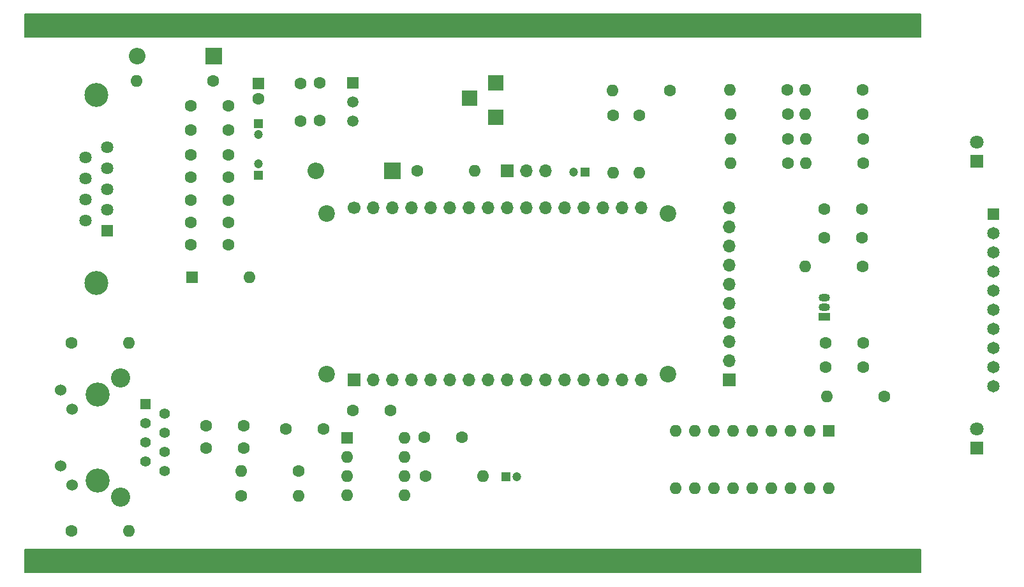
<source format=gbr>
G04 #@! TF.GenerationSoftware,KiCad,Pcbnew,(6.0.0)*
G04 #@! TF.CreationDate,2022-02-05T21:05:29-08:00*
G04 #@! TF.ProjectId,Duo2_Direwolf,44756f32-5f44-4697-9265-776f6c662e6b,rev?*
G04 #@! TF.SameCoordinates,Original*
G04 #@! TF.FileFunction,Soldermask,Bot*
G04 #@! TF.FilePolarity,Negative*
%FSLAX46Y46*%
G04 Gerber Fmt 4.6, Leading zero omitted, Abs format (unit mm)*
G04 Created by KiCad (PCBNEW (6.0.0)) date 2022-02-05 21:05:29*
%MOMM*%
%LPD*%
G01*
G04 APERTURE LIST*
%ADD10C,0.150000*%
%ADD11R,1.600000X1.600000*%
%ADD12O,1.600000X1.600000*%
%ADD13C,1.600000*%
%ADD14R,1.700000X1.700000*%
%ADD15O,1.700000X1.700000*%
%ADD16R,2.000000X2.000000*%
%ADD17R,1.508000X1.508000*%
%ADD18C,1.508000*%
%ADD19R,1.650000X1.650000*%
%ADD20C,1.650000*%
%ADD21R,1.800000X1.800000*%
%ADD22C,1.800000*%
%ADD23C,2.200000*%
%ADD24C,1.700000*%
%ADD25R,2.200000X2.200000*%
%ADD26O,2.200000X2.200000*%
%ADD27C,3.200000*%
%ADD28R,1.400000X1.400000*%
%ADD29C,1.400000*%
%ADD30C,1.530000*%
%ADD31C,2.550000*%
%ADD32R,1.200000X1.200000*%
%ADD33C,1.200000*%
%ADD34R,1.500000X1.050000*%
%ADD35O,1.500000X1.050000*%
%ADD36C,3.180000*%
%ADD37R,1.635000X1.635000*%
%ADD38C,1.635000*%
G04 APERTURE END LIST*
D10*
X50000000Y-150000000D02*
X168872000Y-150000000D01*
X168872000Y-150000000D02*
X168872000Y-146952000D01*
X168872000Y-146952000D02*
X50000000Y-146952000D01*
X50000000Y-146952000D02*
X50000000Y-150000000D01*
G36*
X50000000Y-150000000D02*
G01*
X168872000Y-150000000D01*
X168872000Y-146952000D01*
X50000000Y-146952000D01*
X50000000Y-150000000D01*
G37*
X50000000Y-75832000D02*
X168872000Y-75832000D01*
X168872000Y-75832000D02*
X168872000Y-78880000D01*
X168872000Y-78880000D02*
X50000000Y-78880000D01*
X50000000Y-78880000D02*
X50000000Y-75832000D01*
G36*
X50000000Y-75832000D02*
G01*
X168872000Y-75832000D01*
X168872000Y-78880000D01*
X50000000Y-78880000D01*
X50000000Y-75832000D01*
G37*
D11*
X92720000Y-132090000D03*
D12*
X92720000Y-134630000D03*
X92720000Y-137170000D03*
X92720000Y-139710000D03*
X100340000Y-139710000D03*
X100340000Y-137170000D03*
X100340000Y-134630000D03*
X100340000Y-132090000D03*
D13*
X161252000Y-95644000D03*
D12*
X153632000Y-95644000D03*
D13*
X164046000Y-126632000D03*
D12*
X156426000Y-126632000D03*
D13*
X151252000Y-95644000D03*
D12*
X143632000Y-95644000D03*
D13*
X103000000Y-132000000D03*
X108000000Y-132000000D03*
X131560000Y-89272000D03*
D12*
X131560000Y-96892000D03*
D13*
X161192000Y-85894000D03*
D12*
X153572000Y-85894000D03*
D13*
X161085000Y-105550000D03*
X156085000Y-105550000D03*
X151252000Y-89144000D03*
D12*
X143632000Y-89144000D03*
D13*
X161250000Y-122695000D03*
X156250000Y-122695000D03*
D14*
X143505000Y-124455000D03*
D15*
X143505000Y-121915000D03*
X143505000Y-119375000D03*
X143505000Y-116835000D03*
X143505000Y-114295000D03*
X143505000Y-111755000D03*
X143505000Y-109215000D03*
X143505000Y-106675000D03*
X143505000Y-104135000D03*
X143505000Y-101595000D03*
D11*
X80988000Y-85036888D03*
D13*
X80988000Y-87036888D03*
D16*
X112500000Y-89500000D03*
D13*
X74930000Y-84722000D03*
D12*
X64770000Y-84722000D03*
D17*
X93470000Y-84976000D03*
D18*
X93470000Y-87516000D03*
X93470000Y-90056000D03*
D13*
X135598000Y-85992000D03*
D12*
X127978000Y-85992000D03*
D13*
X151192000Y-85894000D03*
D12*
X143572000Y-85894000D03*
D19*
X178500000Y-102372500D03*
D20*
X178500000Y-104912500D03*
X178500000Y-107452500D03*
X178500000Y-109992500D03*
X178500000Y-112532500D03*
X178500000Y-115072500D03*
X178500000Y-117612500D03*
X178500000Y-120152500D03*
X178500000Y-122692500D03*
X178500000Y-125232500D03*
D21*
X176335000Y-95395000D03*
D22*
X176335000Y-92855000D03*
D16*
X109000000Y-87000000D03*
D13*
X161125000Y-109360000D03*
D12*
X153505000Y-109360000D03*
D23*
X135350000Y-102290000D03*
X135350000Y-123630000D03*
X90060000Y-123630000D03*
X90060000Y-102290000D03*
D14*
X93680000Y-124430000D03*
D24*
X93680000Y-101570000D03*
D15*
X96220000Y-124430000D03*
X96220000Y-101570000D03*
X98760000Y-124430000D03*
X98760000Y-101570000D03*
X101300000Y-124430000D03*
X101300000Y-101570000D03*
X103840000Y-124430000D03*
X103840000Y-101570000D03*
X106380000Y-124430000D03*
X106380000Y-101570000D03*
X108920000Y-124430000D03*
X108920000Y-101570000D03*
X111460000Y-124430000D03*
X111460000Y-101570000D03*
X114000000Y-124430000D03*
X114000000Y-101570000D03*
X116540000Y-124430000D03*
X116540000Y-101570000D03*
X119080000Y-124430000D03*
X119080000Y-101570000D03*
X121620000Y-124430000D03*
X121620000Y-101570000D03*
X124160000Y-124430000D03*
X124160000Y-101570000D03*
X126700000Y-124430000D03*
X126700000Y-101570000D03*
X129240000Y-124430000D03*
X129240000Y-101570000D03*
X131780000Y-124430000D03*
X131780000Y-101570000D03*
D13*
X56190000Y-144500000D03*
D12*
X63810000Y-144500000D03*
D13*
X79000000Y-130500000D03*
X74000000Y-130500000D03*
X93500000Y-128500000D03*
X98500000Y-128500000D03*
X72000000Y-106500000D03*
X77000000Y-106500000D03*
X151252000Y-92394000D03*
D12*
X143632000Y-92394000D03*
D13*
X103190000Y-137160000D03*
D12*
X110810000Y-137160000D03*
D13*
X89584000Y-130950000D03*
X84584000Y-130950000D03*
D25*
X75080000Y-81420000D03*
D26*
X64920000Y-81420000D03*
D27*
X59675000Y-137795000D03*
X59675000Y-126365000D03*
D28*
X66025000Y-127635000D03*
D29*
X68565000Y-128905000D03*
X66025000Y-130175000D03*
X68565000Y-131445000D03*
X66025000Y-132715000D03*
X68565000Y-133985000D03*
X66025000Y-135255000D03*
X68565000Y-136525000D03*
D30*
X54775000Y-125755000D03*
X56295000Y-128295000D03*
X54775000Y-135865000D03*
X56295000Y-138405000D03*
D31*
X62725000Y-124205000D03*
X62725000Y-139955000D03*
D32*
X124310000Y-96832000D03*
D33*
X122810000Y-96832000D03*
D13*
X161250000Y-119500000D03*
X156250000Y-119500000D03*
X128060000Y-89272000D03*
D12*
X128060000Y-96892000D03*
D25*
X98768000Y-96660000D03*
D26*
X88608000Y-96660000D03*
D13*
X161192000Y-89144000D03*
D12*
X153572000Y-89144000D03*
D32*
X81000000Y-97222599D03*
D33*
X81000000Y-95722599D03*
D13*
X86322000Y-136538000D03*
D12*
X78702000Y-136538000D03*
D13*
X89116000Y-84976000D03*
X89116000Y-89976000D03*
X72000000Y-94500000D03*
X77000000Y-94500000D03*
D11*
X72190000Y-110800000D03*
D12*
X79810000Y-110800000D03*
D13*
X161085000Y-101740000D03*
X156085000Y-101740000D03*
X78702000Y-139840000D03*
D12*
X86322000Y-139840000D03*
D13*
X72000000Y-91250000D03*
X77000000Y-91250000D03*
X72000000Y-88000000D03*
X77000000Y-88000000D03*
D21*
X176335000Y-133495000D03*
D22*
X176335000Y-130955000D03*
D13*
X72000000Y-97500000D03*
X77000000Y-97500000D03*
X56190000Y-119500000D03*
D12*
X63810000Y-119500000D03*
D14*
X114023000Y-96660000D03*
D15*
X116563000Y-96660000D03*
X119103000Y-96660000D03*
D34*
X156110000Y-116020000D03*
D35*
X156110000Y-114750000D03*
X156110000Y-113480000D03*
D13*
X72000000Y-100500000D03*
X77000000Y-100500000D03*
D16*
X112500000Y-85000000D03*
D13*
X86576000Y-90016000D03*
X86576000Y-85016000D03*
D36*
X59467500Y-86560000D03*
X59467500Y-111560000D03*
D37*
X60887500Y-104600000D03*
D38*
X60887500Y-101830000D03*
X60887500Y-99060000D03*
X60887500Y-96290000D03*
X60887500Y-93520000D03*
X58047500Y-103215000D03*
X58047500Y-100445000D03*
X58047500Y-97675000D03*
X58047500Y-94905000D03*
D32*
X80988000Y-90349401D03*
D33*
X80988000Y-91849401D03*
D13*
X74000000Y-133500000D03*
X79000000Y-133500000D03*
X72000000Y-103500000D03*
X77000000Y-103500000D03*
X102070000Y-96660000D03*
D12*
X109690000Y-96660000D03*
D32*
X113793401Y-137300000D03*
D33*
X115293401Y-137300000D03*
D13*
X161252000Y-92394000D03*
D12*
X153632000Y-92394000D03*
D11*
X156680000Y-131204000D03*
D12*
X154140000Y-131204000D03*
X151600000Y-131204000D03*
X149060000Y-131204000D03*
X146520000Y-131204000D03*
X143980000Y-131204000D03*
X141440000Y-131204000D03*
X138900000Y-131204000D03*
X136360000Y-131204000D03*
X136360000Y-138824000D03*
X138900000Y-138824000D03*
X141440000Y-138824000D03*
X143980000Y-138824000D03*
X146520000Y-138824000D03*
X149060000Y-138824000D03*
X151600000Y-138824000D03*
X154140000Y-138824000D03*
X156680000Y-138824000D03*
M02*

</source>
